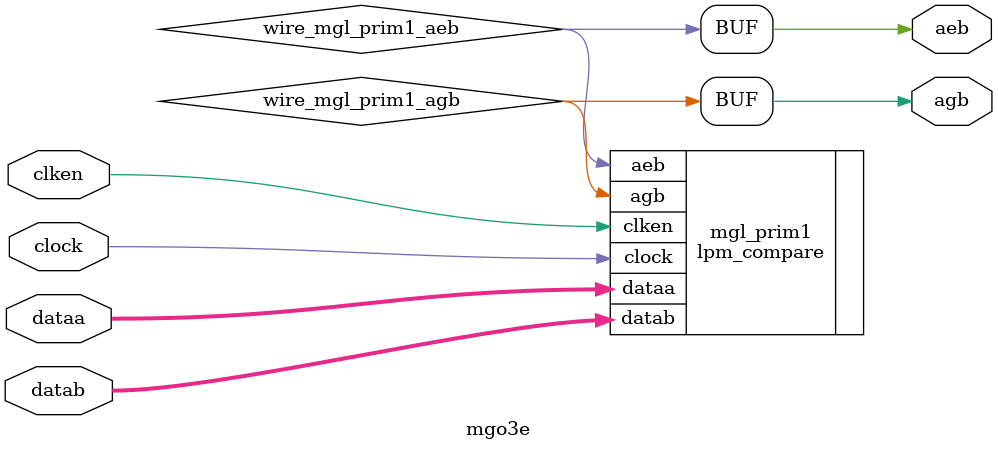
<source format=v>






//synthesis_resources = lpm_compare 1 
//synopsys translate_off
`timescale 1 ps / 1 ps
//synopsys translate_on
module  mgo3e
	( 
	aeb,
	agb,
	clken,
	clock,
	dataa,
	datab) /* synthesis synthesis_clearbox=1 */;
	output   aeb;
	output   agb;
	input   clken;
	input   clock;
	input   [7:0]  dataa;
	input   [7:0]  datab;

	wire  wire_mgl_prim1_aeb;
	wire  wire_mgl_prim1_agb;

	lpm_compare   mgl_prim1
	( 
	.aeb(wire_mgl_prim1_aeb),
	.agb(wire_mgl_prim1_agb),
	.clken(clken),
	.clock(clock),
	.dataa(dataa),
	.datab(datab));
	defparam
		mgl_prim1.lpm_pipeline = 1,
		mgl_prim1.lpm_representation = "UNSIGNED",
		mgl_prim1.lpm_type = "LPM_COMPARE",
		mgl_prim1.lpm_width = 8;
	assign
		aeb = wire_mgl_prim1_aeb,
		agb = wire_mgl_prim1_agb;
endmodule //mgo3e
//VALID FILE

</source>
